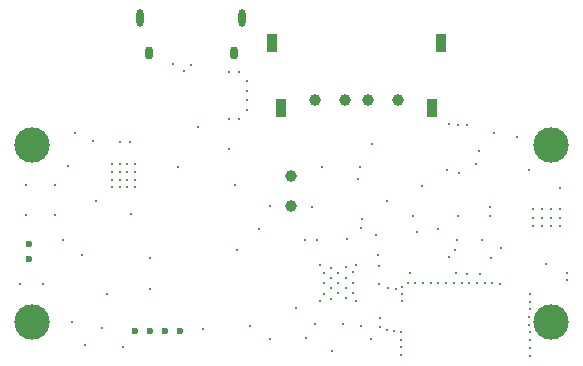
<source format=gbr>
%TF.GenerationSoftware,Altium Limited,Altium Designer,19.0.11 (319)*%
G04 Layer_Color=0*
%FSLAX26Y26*%
%MOIN*%
%TF.FileFunction,Plated,1,2,PTH,Drill*%
%TF.Part,Single*%
G01*
G75*
%TA.AperFunction,ComponentDrill*%
%ADD142C,0.039370*%
%ADD143R,0.035433X0.059055*%
%ADD144C,0.039370*%
%ADD145C,0.023622*%
%ADD146C,0.023622*%
%ADD147O,0.023622X0.059055*%
%ADD148O,0.027559X0.043307*%
%TA.AperFunction,OtherDrill,Pad Free-H (1820.866mil,124.016mil)*%
%ADD149C,0.118110*%
%TA.AperFunction,OtherDrill,Pad Free-H (1820.866mil,714.567mil)*%
%ADD150C,0.118110*%
%TA.AperFunction,OtherDrill,Pad Free-H (88.583mil,124.016mil)*%
%ADD151C,0.118110*%
%TA.AperFunction,OtherDrill,Pad Free-H (88.583mil,714.567mil)*%
%ADD152C,0.118110*%
%TA.AperFunction,ViaDrill,NotFilled*%
%ADD153C,0.011811*%
D142*
X1309055Y863779D02*
D03*
X1210630D02*
D03*
X1131890D02*
D03*
X1033465D02*
D03*
D143*
X1423228Y838583D02*
D03*
X919291D02*
D03*
X889764Y1053543D02*
D03*
X1452756D02*
D03*
D144*
X953740Y512008D02*
D03*
Y612008D02*
D03*
D145*
X79724Y384252D02*
D03*
Y334252D02*
D03*
D146*
X583858Y93366D02*
D03*
X533858D02*
D03*
X483858D02*
D03*
X433858D02*
D03*
D147*
X448819Y1138780D02*
D03*
X791339D02*
D03*
D148*
X478346Y1019685D02*
D03*
X761811D02*
D03*
D149*
X1820866Y124016D02*
D03*
D150*
Y714567D02*
D03*
D151*
X88583Y124016D02*
D03*
D152*
Y714567D02*
D03*
D153*
X1654608Y370097D02*
D03*
X1589567Y398832D02*
D03*
X1185039Y437008D02*
D03*
X1188976Y467520D02*
D03*
X1236281Y414390D02*
D03*
X1373099Y425218D02*
D03*
X1361408Y478346D02*
D03*
X1388279Y578740D02*
D03*
X1505906Y397638D02*
D03*
X1187992Y112205D02*
D03*
X1539787Y781496D02*
D03*
X1618886Y338583D02*
D03*
X1500984Y366142D02*
D03*
X1873032Y288976D02*
D03*
X484105Y234765D02*
D03*
X1802165Y316929D02*
D03*
X644685Y774606D02*
D03*
X1584646Y285433D02*
D03*
X1541339D02*
D03*
X1501968Y288976D02*
D03*
X1350471Y288386D02*
D03*
X1873032Y263779D02*
D03*
X1745079Y629921D02*
D03*
X1705709Y740158D02*
D03*
X208661Y644685D02*
D03*
X881890Y67537D02*
D03*
X1183071Y639764D02*
D03*
X1056102Y641732D02*
D03*
X1222441Y716535D02*
D03*
X1024606Y508858D02*
D03*
X765748Y579724D02*
D03*
X748010Y701810D02*
D03*
X816929Y110433D02*
D03*
X658465Y100394D02*
D03*
X265748Y48894D02*
D03*
X322835Y105315D02*
D03*
X223425Y123031D02*
D03*
X126969Y251969D02*
D03*
X50197D02*
D03*
X257874Y348641D02*
D03*
X483268Y337402D02*
D03*
X166339Y582677D02*
D03*
X165354Y482284D02*
D03*
X69882D02*
D03*
X70866Y582677D02*
D03*
X808071Y865158D02*
D03*
Y832677D02*
D03*
Y927165D02*
D03*
Y894685D02*
D03*
X746251Y802165D02*
D03*
X778731D02*
D03*
X780512Y956693D02*
D03*
X748032D02*
D03*
X1510827Y781496D02*
D03*
X1479331Y783780D02*
D03*
X1568898Y652559D02*
D03*
X1514764Y619803D02*
D03*
X1474409Y632819D02*
D03*
X1176181Y602206D02*
D03*
X421260Y483268D02*
D03*
X433071Y651575D02*
D03*
Y625984D02*
D03*
Y573819D02*
D03*
Y599409D02*
D03*
X407284Y651575D02*
D03*
Y625984D02*
D03*
Y573819D02*
D03*
Y599409D02*
D03*
X381693D02*
D03*
Y573819D02*
D03*
Y625984D02*
D03*
Y651575D02*
D03*
X355315Y573819D02*
D03*
Y599409D02*
D03*
Y625984D02*
D03*
Y651575D02*
D03*
X1171260Y315493D02*
D03*
X1050748D02*
D03*
Y194882D02*
D03*
X1171260D02*
D03*
X393701Y40354D02*
D03*
X1003986Y69885D02*
D03*
X1089567Y26952D02*
D03*
X1249529Y136811D02*
D03*
X1249016Y106299D02*
D03*
X1296059Y94488D02*
D03*
X1271653Y98425D02*
D03*
X1323819Y240347D02*
D03*
X1302165Y235448D02*
D03*
X1321850Y192913D02*
D03*
X1322308Y217421D02*
D03*
X1275845Y236220D02*
D03*
X1219488Y67913D02*
D03*
X1126968Y117126D02*
D03*
X847441Y434055D02*
D03*
X1579926Y692913D02*
D03*
X1631398Y753052D02*
D03*
X234252Y752953D02*
D03*
X293307Y727362D02*
D03*
X1111220Y220472D02*
D03*
X192913Y396654D02*
D03*
X1242187Y349426D02*
D03*
X1246286Y311936D02*
D03*
X1850099Y569882D02*
D03*
X1749016Y38386D02*
D03*
Y63977D02*
D03*
Y12796D02*
D03*
X1745669Y115158D02*
D03*
Y140748D02*
D03*
X1749016Y89567D02*
D03*
Y191929D02*
D03*
Y217520D02*
D03*
Y166339D02*
D03*
X1624015Y252953D02*
D03*
X1598425D02*
D03*
X1649606Y251969D02*
D03*
X1547244Y252953D02*
D03*
X1521653D02*
D03*
X1572834D02*
D03*
X1470472D02*
D03*
X1444882D02*
D03*
X1496063D02*
D03*
X1419291D02*
D03*
X1368110D02*
D03*
X1342520D02*
D03*
X1393701D02*
D03*
X1319882Y40354D02*
D03*
Y91535D02*
D03*
Y65945D02*
D03*
Y14764D02*
D03*
X559055Y985236D02*
D03*
X773622Y363189D02*
D03*
X1273032Y528543D02*
D03*
X1480387Y342536D02*
D03*
X1245833Y251422D02*
D03*
X1510827Y476378D02*
D03*
X1442913Y436024D02*
D03*
X303150Y527559D02*
D03*
X575816Y641764D02*
D03*
X882874Y509646D02*
D03*
X597441Y959646D02*
D03*
X619095Y982284D02*
D03*
X382874Y725394D02*
D03*
X968504Y172244D02*
D03*
X1141051Y400591D02*
D03*
X1038386Y398622D02*
D03*
X1000984D02*
D03*
X1086614Y306103D02*
D03*
X1033465Y118110D02*
D03*
X1062008Y253937D02*
D03*
X1086614Y237205D02*
D03*
X1062008Y288386D02*
D03*
X1086614Y271654D02*
D03*
X1111220Y289370D02*
D03*
Y254921D02*
D03*
X1160433Y290354D02*
D03*
Y255906D02*
D03*
X339665Y217421D02*
D03*
X1086614Y202756D02*
D03*
X1062008Y219488D02*
D03*
X1160433Y221457D02*
D03*
X1135827Y203740D02*
D03*
Y238189D02*
D03*
Y272638D02*
D03*
Y307087D02*
D03*
X1848425Y444882D02*
D03*
Y472441D02*
D03*
Y500000D02*
D03*
X1818898Y444882D02*
D03*
Y472441D02*
D03*
Y500000D02*
D03*
X1789370D02*
D03*
Y472441D02*
D03*
Y444882D02*
D03*
X1759842D02*
D03*
Y472441D02*
D03*
Y500000D02*
D03*
X1615158Y507874D02*
D03*
Y476378D02*
D03*
X415354Y725394D02*
D03*
%TF.MD5,a8eb31ad1dd114e1ac2f27982650e144*%
M02*

</source>
